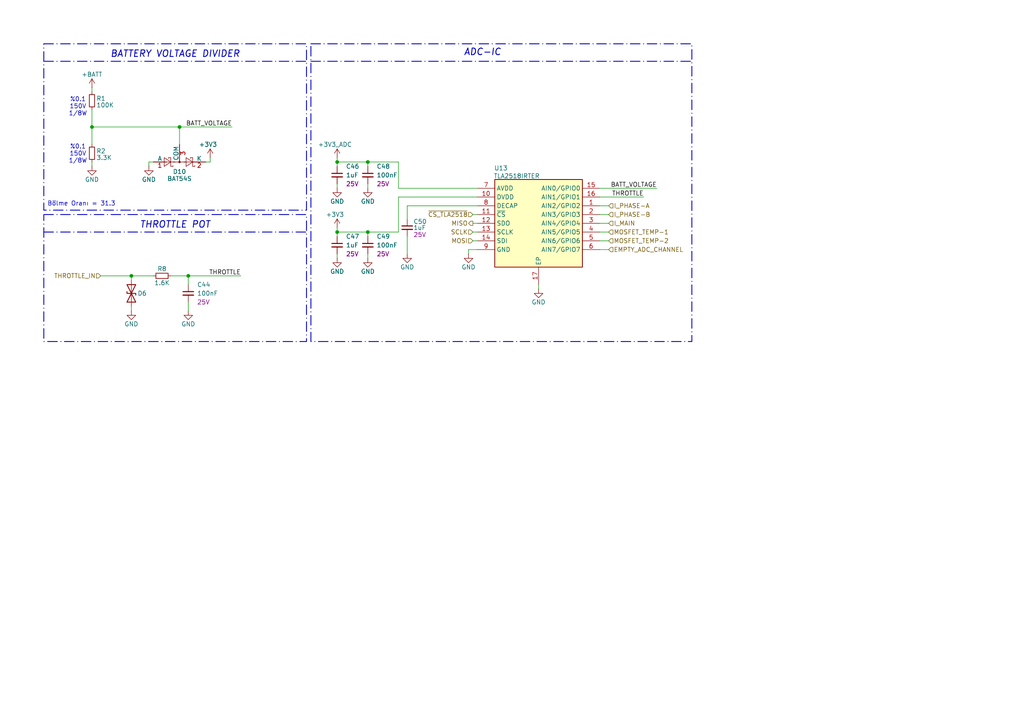
<source format=kicad_sch>
(kicad_sch (version 20231120) (generator "eeschema") (generator_version "8.0")
  (paper "A4")
  (lib_symbols
    (symbol "Device:C_Small" (pin_numbers hide) (pin_names (offset 0.254) hide)
      (property "Reference" "C" (at 0.254 1.778 0))
      (property "Value" "C_Small" (at 0.254 -2.032 0))
      (symbol "C_Small_0_1"
        (polyline (pts (xy -1.524 -0.508) (xy 1.524 -0.508)) (stroke (width 0.3302)))
        (polyline (pts (xy -1.524 0.508) (xy 1.524 0.508)) (stroke (width 0.3048)))
      )
      (symbol "C_Small_1_1"
        (pin passive line (at 0 2.54 270) (length 2.032) (name "~") (number "1"))
        (pin passive line (at 0 -2.54 90) (length 2.032) (name "~") (number "2"))
      )
    )
    (symbol "Device:D_TVS" (pin_numbers hide) (pin_names (offset 1.016) hide)
      (property "Reference" "D" (at 0 2.54 0))
      (property "Value" "D_TVS" (at 0 -2.54 0))
      (symbol "D_TVS_0_1"
        (polyline (pts (xy 1.27 0) (xy -1.27 0)))
        (polyline (pts (xy 0.508 1.27) (xy 0 1.27) (xy 0 -1.27) (xy -0.508 -1.27)) (stroke (width 0.254)))
        (polyline (pts (xy -2.54 1.27) (xy -2.54 -1.27) (xy 2.54 1.27) (xy 2.54 -1.27) (xy -2.54 1.27)) (stroke (width 0.254)))
      )
      (symbol "D_TVS_1_1"
        (pin passive line (at -3.81 0 0) (length 2.54) (name "A1") (number "1"))
        (pin passive line (at 3.81 0 180) (length 2.54) (name "A2") (number "2"))
      )
    )
    (symbol "Device:R_Small" (pin_numbers hide) (pin_names (offset 0.254) hide)
      (property "Reference" "R" (at 0.762 0.508 0))
      (property "Value" "R_Small" (at 0.762 -1.016 0))
      (symbol "R_Small_0_1"
        (rectangle (start -0.762 1.778) (end 0.762 -1.778) (stroke (width 0.2032)))
      )
      (symbol "R_Small_1_1"
        (pin passive line (at 0 2.54 270) (length 0.762) (name "~") (number "1"))
        (pin passive line (at 0 -2.54 90) (length 0.762) (name "~") (number "2"))
      )
    )
    (symbol "Diode:BAT54S" (pin_names (offset 0))
      (property "Reference" "D" (at 2.54 -5.08 0))
      (property "Value" "BAT54S" (at -6.35 3.175 0))
      (symbol "BAT54S_0_1"
        (polyline (pts (xy -3.81 0) (xy -1.27 0)))
        (polyline (pts (xy -3.175 -1.27) (xy -3.175 -1.016)))
        (polyline (pts (xy -2.54 -1.27) (xy -3.175 -1.27)))
        (polyline (pts (xy -2.54 -1.27) (xy -2.54 1.27)))
        (polyline (pts (xy -2.54 1.27) (xy -1.905 1.27)))
        (polyline (pts (xy -1.905 0) (xy 1.905 0)))
        (polyline (pts (xy -1.905 1.27) (xy -1.905 1.016)))
        (polyline (pts (xy 1.27 0) (xy 3.81 0)))
        (polyline (pts (xy 3.175 -1.27) (xy 3.175 -1.016)))
        (polyline (pts (xy 3.81 -1.27) (xy 3.175 -1.27)))
        (polyline (pts (xy 3.81 -1.27) (xy 3.81 1.27)))
        (polyline (pts (xy 3.81 1.27) (xy 4.445 1.27)))
        (polyline (pts (xy 4.445 1.27) (xy 4.445 1.016)))
        (polyline (pts (xy -4.445 1.27) (xy -4.445 -1.27) (xy -2.54 0) (xy -4.445 1.27)))
        (polyline (pts (xy 1.905 1.27) (xy 1.905 -1.27) (xy 3.81 0) (xy 1.905 1.27)))
        (circle (center 0 0) (radius 0.254) (fill (type outline)))
      )
      (symbol "BAT54S_1_1"
        (pin passive line (at -7.62 0 0) (length 3.81) (name "A") (number "1"))
        (pin passive line (at 7.62 0 180) (length 3.81) (name "K") (number "2"))
        (pin passive line (at 0 -5.08 90) (length 5.08) (name "COM") (number "3"))
      )
    )
    (symbol "MODULES:TLA2518IRTER"
      (property "Reference" "U" (at 12.192 3.81 0))
      (symbol "TLA2518IRTER_1_1"
        (rectangle (start 0 0) (end 25.4 -25.4) (stroke (width 0.254)) (fill (type background)))
        (pin passive line (at 30.48 -7.62 180) (length 5.08) (name "AIN2/GPIO2") (number "1"))
        (pin passive line (at -5.08 -5.08 0) (length 5.08) (name "DVDD") (number "10"))
        (pin passive line (at -5.08 -10.16 0) (length 5.08) (name "~{CS}") (number "11"))
        (pin passive line (at -5.08 -12.7 0) (length 5.08) (name "SDO") (number "12"))
        (pin passive line (at -5.08 -15.24 0) (length 5.08) (name "SCLK") (number "13"))
        (pin passive line (at -5.08 -17.78 0) (length 5.08) (name "SDI") (number "14"))
        (pin passive line (at 30.48 -2.54 180) (length 5.08) (name "AIN0/GPIO0") (number "15"))
        (pin passive line (at 30.48 -5.08 180) (length 5.08) (name "AIN1/GPIO1") (number "16"))
        (pin passive line (at 12.7 -30.48 90) (length 5.08) (name "EP") (number "17"))
        (pin passive line (at 30.48 -10.16 180) (length 5.08) (name "AIN3/GPIO3") (number "2"))
        (pin passive line (at 30.48 -12.7 180) (length 5.08) (name "AIN4/GPIO4") (number "3"))
        (pin passive line (at 30.48 -15.24 180) (length 5.08) (name "AIN5/GPIO5") (number "4"))
        (pin passive line (at 30.48 -17.78 180) (length 5.08) (name "AIN6/GPIO6") (number "5"))
        (pin passive line (at 30.48 -20.32 180) (length 5.08) (name "AIN7/GPIO7") (number "6"))
        (pin passive line (at -5.08 -2.54 0) (length 5.08) (name "AVDD") (number "7"))
        (pin passive line (at -5.08 -7.62 0) (length 5.08) (name "DECAP") (number "8"))
        (pin passive line (at -5.08 -20.32 0) (length 5.08) (name "GND") (number "9"))
      )
    )
    (symbol "power:+BATT" (power) (pin_numbers hide) (pin_names (offset 0) hide)
      (property "Value" "+BATT" (at 0 3.556 0))
      (symbol "+BATT_0_1"
        (polyline (pts (xy -0.762 1.27) (xy 0 2.54)))
        (polyline (pts (xy 0 0) (xy 0 2.54)))
        (polyline (pts (xy 0 2.54) (xy 0.762 1.27)))
      )
      (symbol "+BATT_1_1"
        (pin power_in line (at 0 0 90) (length 0) (name "~") (number "1"))
      )
    )
    (symbol "power:GND" (power) (pin_numbers hide) (pin_names (offset 0) hide)
      (property "Value" "GND" (at 0 -3.81 0))
      (symbol "GND_0_1"
        (polyline (pts (xy 0 0) (xy 0 -1.27) (xy 1.27 -1.27) (xy 0 -2.54) (xy -1.27 -1.27) (xy 0 -1.27)))
      )
      (symbol "GND_1_1"
        (pin power_in line (at 0 0 270) (length 0) (name "~") (number "1"))
      )
    )
    (symbol "power:VCC" (power) (pin_numbers hide) (pin_names (offset 0) hide)
      (property "Value" "VCC" (at 0 3.556 0))
      (symbol "VCC_0_1"
        (polyline (pts (xy -0.762 1.27) (xy 0 2.54)))
        (polyline (pts (xy 0 0) (xy 0 2.54)))
        (polyline (pts (xy 0 2.54) (xy 0.762 1.27)))
      )
      (symbol "VCC_1_1"
        (pin power_in line (at 0 0 90) (length 0) (name "~") (number "1"))
      )
    )
  )
  (junction (at 26.67 36.83))
  (junction (at 97.79 46.99))
  (junction (at 52.07 36.83))
  (junction (at 54.61 80.01))
  (junction (at 97.79 67.31))
  (junction (at 106.68 67.31))
  (junction (at 38.1 80.01))
  (junction (at 106.68 46.99))
  (polyline (pts (xy 90.17 17.78) (xy 200.66 17.78)) (stroke (width 0.254) (type dash_dot)))
  (wire (pts (xy 115.57 57.15) (xy 138.43 57.15)))
  (wire (pts (xy 97.79 66.04) (xy 97.79 67.31)))
  (wire (pts (xy 52.07 36.83) (xy 52.07 41.91)))
  (wire (pts (xy 173.99 62.23) (xy 176.53 62.23)))
  (wire (pts (xy 38.1 80.01) (xy 38.1 81.28)))
  (wire (pts (xy 106.68 73.66) (xy 106.68 74.93)))
  (wire (pts (xy 173.99 54.61) (xy 190.5 54.61)))
  (wire (pts (xy 135.89 73.66) (xy 135.89 72.39)))
  (wire (pts (xy 118.11 68.58) (xy 118.11 73.66)))
  (wire (pts (xy 137.16 67.31) (xy 138.43 67.31)))
  (wire (pts (xy 173.99 57.15) (xy 186.69 57.15)))
  (wire (pts (xy 106.68 67.31) (xy 106.68 68.58)))
  (wire (pts (xy 67.31 36.83) (xy 52.07 36.83)))
  (wire (pts (xy 60.96 45.72) (xy 60.96 46.99)))
  (wire (pts (xy 97.79 67.31) (xy 97.79 68.58)))
  (wire (pts (xy 26.67 36.83) (xy 52.07 36.83)))
  (wire (pts (xy 26.67 25.4) (xy 26.67 26.67)))
  (wire (pts (xy 49.53 80.01) (xy 54.61 80.01)))
  (wire (pts (xy 97.79 54.61) (xy 97.79 53.34)))
  (wire (pts (xy 173.99 67.31) (xy 176.53 67.31)))
  (wire (pts (xy 38.1 90.17) (xy 38.1 88.9)))
  (wire (pts (xy 106.68 67.31) (xy 115.57 67.31)))
  (wire (pts (xy 115.57 54.61) (xy 138.43 54.61)))
  (wire (pts (xy 26.67 36.83) (xy 26.67 41.91)))
  (wire (pts (xy 118.11 59.69) (xy 138.43 59.69)))
  (wire (pts (xy 106.68 46.99) (xy 106.68 48.26)))
  (wire (pts (xy 54.61 87.63) (xy 54.61 90.17)))
  (wire (pts (xy 38.1 80.01) (xy 44.45 80.01)))
  (wire (pts (xy 43.18 46.99) (xy 43.18 48.26)))
  (wire (pts (xy 97.79 73.66) (xy 97.79 74.93)))
  (wire (pts (xy 60.96 46.99) (xy 59.69 46.99)))
  (wire (pts (xy 173.99 64.77) (xy 176.53 64.77)))
  (wire (pts (xy 97.79 67.31) (xy 106.68 67.31)))
  (wire (pts (xy 135.89 72.39) (xy 138.43 72.39)))
  (polyline (pts (xy 12.7 17.78) (xy 88.9 17.78)) (stroke (width 0.254) (type dash_dot)))
  (wire (pts (xy 43.18 46.99) (xy 44.45 46.99)))
  (wire (pts (xy 173.99 59.69) (xy 176.53 59.69)))
  (wire (pts (xy 173.99 72.39) (xy 176.53 72.39)))
  (wire (pts (xy 137.16 62.23) (xy 138.43 62.23)))
  (wire (pts (xy 173.99 69.85) (xy 176.53 69.85)))
  (wire (pts (xy 106.68 46.99) (xy 115.57 46.99)))
  (wire (pts (xy 54.61 80.01) (xy 54.61 82.55)))
  (wire (pts (xy 137.16 64.77) (xy 138.43 64.77)))
  (wire (pts (xy 106.68 46.99) (xy 97.79 46.99)))
  (wire (pts (xy 106.68 53.34) (xy 106.68 54.61)))
  (wire (pts (xy 115.57 67.31) (xy 115.57 57.15)))
  (polyline (pts (xy 12.7 67.31) (xy 88.9 67.31)) (stroke (width 0.254) (type dash_dot)))
  (wire (pts (xy 137.16 69.85) (xy 138.43 69.85)))
  (wire (pts (xy 156.21 82.55) (xy 156.21 83.82)))
  (wire (pts (xy 26.67 31.75) (xy 26.67 36.83)))
  (wire (pts (xy 29.21 80.01) (xy 38.1 80.01)))
  (wire (pts (xy 54.61 80.01) (xy 69.85 80.01)))
  (wire (pts (xy 115.57 46.99) (xy 115.57 54.61)))
  (wire (pts (xy 118.11 63.5) (xy 118.11 59.69)))
  (wire (pts (xy 26.67 46.99) (xy 26.67 48.26)))
  (wire (pts (xy 97.79 46.99) (xy 97.79 48.26)))
  (wire (pts (xy 97.79 45.72) (xy 97.79 46.99)))
  (rectangle (start 12.7 12.7) (end 88.9 60.96) (stroke (width 0.254) (type dash_dot)))
  (rectangle (start 12.7 62.23) (end 88.9 99.06) (stroke (width 0.254) (type dash_dot)))
  (rectangle (start 90.17 12.7) (end 200.66 99.06) (stroke (width 0.254) (type dash_dot)))
  (text "%0.1\n150V\n1/8W" (at 22.606 30.988 0) (effects (font (size 1.27 1.27))))
  (text "BATTERY VOLTAGE DIVIDER" (at 50.8 15.748 0) (effects (font (size 1.905 1.905) (thickness 0.254) (bold yes) (italic yes))))
  (text "Bölme Oranı = 31.3" (at 23.622 59.182 0) (effects (font (size 1.27 1.27))))
  (text "ADC-IC" (at 139.954 15.24 0) (effects (font (size 1.905 1.905) (thickness 0.254) (bold yes) (italic yes))))
  (text "THROTTLE POT" (at 50.8 65.278 0) (effects (font (size 1.905 1.905) (thickness 0.254) (bold yes) (italic yes))))
  (text "%0.1\n150V\n1/8W" (at 22.606 44.704 0) (effects (font (size 1.27 1.27))))
  (label "BATT_VOLTAGE" (at 67.31 36.83 180))
  (label "THROTTLE" (at 69.85 80.01 180))
  (label "THROTTLE" (at 186.69 57.15 180))
  (label "BATT_VOLTAGE" (at 190.5 54.61 180))
  (hierarchical_label "SCLK" (shape input) (at 137.16 67.31 180))
  (hierarchical_label "MOSFET_TEMP-2" (shape input) (at 176.53 69.85 0))
  (hierarchical_label "MOSFET_TEMP-1" (shape input) (at 176.53 67.31 0))
  (hierarchical_label "I_PHASE-A" (shape input) (at 176.53 59.69 0))
  (hierarchical_label "MISO" (shape output) (at 137.16 64.77 180))
  (hierarchical_label "THROTTLE_IN" (shape input) (at 29.21 80.01 180))
  (hierarchical_label "~{CS_TLA2518}" (shape input) (at 137.16 62.23 180))
  (hierarchical_label "EMPTY_ADC_CHANNEL" (shape input) (at 176.53 72.39 0))
  (hierarchical_label "I_PHASE-B" (shape input) (at 176.53 62.23 0))
  (hierarchical_label "MOSI" (shape input) (at 137.16 69.85 180))
  (hierarchical_label "I_MAIN" (shape input) (at 176.53 64.77 0))
  (symbol (lib_id "Device:C_Small") (at 118.11 66.04 0) (unit 1)
    (property "Reference" "C50" (at 119.888 64.262 0) (effects (justify left)))
    (property "Value" "1uF" (at 119.888 66.04 0) (effects (justify left)))
    (property "Footprint" "Capacitor_SMD:C_0805_2012Metric" (effects (hide yes)))
    (property "Description" "Unpolarized capacitor, small symbol" (effects (hide yes)))
    (property "Link" "https://ozdisan.com/pasif-komponentler/kapasitorler/smt-smd-ve-mlcc-kapasitorler/MCF03KTB250105/1057179" (effects (hide yes)))
    (property "Mfr.No" "MCF03KTB250105" (effects (hide yes)))
    (property "Voltage" "25V" (at 119.888 68.072 0) (effects (justify left)))
  )
  (symbol (lib_id "power:GND") (at 118.11 73.66 0) (unit 1)
    (property "Reference" "#PWR0102" (effects (hide yes)))
    (property "Value" "GND" (at 118.11 77.47 0))
    (property "Description" "Power symbol creates a global label with name \"GND\" , ground" (effects (hide yes)))
  )
  (symbol (lib_id "power:+BATT") (at 26.67 25.4 0) (unit 1)
    (property "Reference" "#PWR057" (effects (hide yes)))
    (property "Value" "+BATT" (at 26.67 21.59 0))
    (property "Description" "Power symbol creates a global label with name \"+BATT\"" (effects (hide yes)))
  )
  (symbol (lib_id "power:GND") (at 135.89 73.66 0) (unit 1)
    (property "Reference" "#PWR0103" (effects (hide yes)))
    (property "Value" "GND" (at 135.89 77.47 0))
    (property "Description" "Power symbol creates a global label with name \"GND\" , ground" (effects (hide yes)))
  )
  (symbol (lib_id "Device:D_TVS") (at 38.1 85.09 90) (unit 1)
    (property "Reference" "D6" (at 39.878 85.09 90) (effects (justify right)))
    (property "Value" "PESD3V3Y1BSFYL" (effects (hide yes)))
    (property "Footprint" "My_Footprint_Lib:DSN-0603-2" (effects (hide yes)))
    (property "Datasheet" "https://www.mouser.com.tr/datasheet/2/1057/PS1203_D32-3498647.pdf" (effects (hide yes)))
    (property "Description" "Transient Voltage Suppression Diodes - TVS Low Capacitance ESD Protection" (effects (hide yes)))
    (property "Link" "https://www.mouser.com.tr/ProductDetail/Nexperia/PESD3V3Y1BSFYL?qs=sGAEpiMZZMsItbzKdwyIe%252Bgj7Z%252BBsubrXF9t3id8PLoK%252BKVUR7Td%252Bg%3D%3D" (effects (hide yes)))
    (property "Mfr.No" "PESD3V3Y1BSFYL" (effects (hide yes)))
  )
  (symbol (lib_id "Diode:BAT54S") (at 52.07 46.99 0) (mirror x) (unit 1)
    (property "Reference" "D10" (at 52.07 49.784 0))
    (property "Value" "BAT54S" (at 52.07 51.816 0))
    (property "Footprint" "Package_TO_SOT_SMD:SOT-23" (effects (hide yes)))
    (property "Datasheet" "https://www.diodes.com/assets/Datasheets/ds11005.pdf" (effects (hide yes)))
    (property "Description" "Vr 30V, If 200mA, Dual schottky barrier diode, in series, SOT-323" (effects (hide yes)))
    (property "Link" "https://ozdisan.com/guc-yari-iletkenleri/diyotlar-modul-diyotlar-ve-dogrultucular/schottky-diyotlar/BAT54S-HT/417220" (effects (hide yes)))
    (property "Mfr.No" "BAT54S-HT" (effects (hide yes)))
  )
  (symbol (lib_id "power:VCC") (at 60.96 45.72 0) (unit 1)
    (property "Reference" "#PWR0120" (effects (hide yes)))
    (property "Value" "+3V3" (at 60.325 41.91 0))
    (property "Description" "Power symbol creates a global label with name \"VCC\"" (effects (hide yes)))
  )
  (symbol (lib_id "power:VCC") (at 97.79 45.72 0) (unit 1)
    (property "Reference" "#PWR068" (effects (hide yes)))
    (property "Value" "+3V3_ADC" (at 97.155 41.91 0))
    (property "Description" "Power symbol creates a global label with name \"VCC\"" (effects (hide yes)))
  )
  (symbol (lib_id "Device:R_Small") (at 46.99 80.01 90) (unit 1)
    (property "Reference" "R8" (at 46.99 77.978 90))
    (property "Value" "1.6K" (at 46.99 82.042 90))
    (property "Footprint" "Resistor_SMD:R_0603_1608Metric" (effects (hide yes)))
    (property "Description" "Resistor, small symbol" (effects (hide yes)))
    (property "Link" "https://ozdisan.com/pasif-komponentler/direncler/smt-smd-ve-cip-direncler/0603SAJ0162T5E/506586" (effects (hide yes)))
    (property "Mfr.No" "0603SAJ0162T5E" (effects (hide yes)))
  )
  (symbol (lib_id "Device:R_Small") (at 26.67 29.21 0) (unit 1)
    (property "Reference" "R1" (at 27.94 28.575 0) (effects (justify left)))
    (property "Value" "100K" (at 27.94 30.48 0) (effects (justify left)))
    (property "Footprint" "Resistor_SMD:R_0805_2012Metric" (effects (hide yes)))
    (property "Description" "Resistor, small symbol" (effects (hide yes)))
    (property "Link" "https://ozdisan.com/pasif-komponentler/direncler/smt-smd-ve-cip-direncler/TC0525B1003T5G/700117" (effects (hide yes)))
    (property "Mfr.No" "TC0525B1003T5G" (effects (hide yes)))
  )
  (symbol (lib_id "Device:C_Small") (at 97.79 71.12 0) (unit 1)
    (property "Reference" "C47" (at 100.33 68.58 0) (effects (justify left)))
    (property "Value" "1uF" (at 100.33 71.12 0) (effects (justify left)))
    (property "Footprint" "Capacitor_SMD:C_0805_2012Metric" (effects (hide yes)))
    (property "Description" "Unpolarized capacitor, small symbol" (effects (hide yes)))
    (property "Link" "https://ozdisan.com/pasif-komponentler/kapasitorler/smt-smd-ve-mlcc-kapasitorler/MCF03KTB250105/1057179" (effects (hide yes)))
    (property "Mfr.No" "MCF03KTB250105" (effects (hide yes)))
    (property "Voltage" "25V" (at 100.33 73.66 0) (effects (justify left)))
  )
  (symbol (lib_id "power:GND") (at 106.68 74.93 0) (unit 1)
    (property "Reference" "#PWR0100" (effects (hide yes)))
    (property "Value" "GND" (at 106.68 78.74 0))
    (property "Description" "Power symbol creates a global label with name \"GND\" , ground" (effects (hide yes)))
  )
  (symbol (lib_id "Device:C_Small") (at 97.79 50.8 0) (unit 1)
    (property "Reference" "C46" (at 100.33 48.26 0) (effects (justify left)))
    (property "Value" "1uF" (at 100.33 50.8 0) (effects (justify left)))
    (property "Footprint" "Capacitor_SMD:C_0805_2012Metric" (effects (hide yes)))
    (property "Description" "Unpolarized capacitor, small symbol" (effects (hide yes)))
    (property "Link" "https://ozdisan.com/pasif-komponentler/kapasitorler/smt-smd-ve-mlcc-kapasitorler/MCF03KTB250105/1057179" (effects (hide yes)))
    (property "Mfr.No" "MCF03KTB250105" (effects (hide yes)))
    (property "Voltage" "25V" (at 100.33 53.34 0) (effects (justify left)))
  )
  (symbol (lib_id "Device:R_Small") (at 26.67 44.45 0) (unit 1)
    (property "Reference" "R2" (at 27.94 43.815 0) (effects (justify left)))
    (property "Value" "3.3K" (at 27.94 45.72 0) (effects (justify left)))
    (property "Footprint" "Resistor_SMD:R_0805_2012Metric" (effects (hide yes)))
    (property "Description" "Resistor, small symbol" (effects (hide yes)))
    (property "Link" "https://ozdisan.com/pasif-komponentler/direncler/smt-smd-ve-cip-direncler/TC0525B3301T5G/700121" (effects (hide yes)))
    (property "Mfr.No" "TC0525B3301T5G" (effects (hide yes)))
  )
  (symbol (lib_id "power:GND") (at 97.79 74.93 0) (unit 1)
    (property "Reference" "#PWR087" (effects (hide yes)))
    (property "Value" "GND" (at 97.79 78.74 0))
    (property "Description" "Power symbol creates a global label with name \"GND\" , ground" (effects (hide yes)))
  )
  (symbol (lib_id "power:GND") (at 97.79 54.61 0) (unit 1)
    (property "Reference" "#PWR072" (effects (hide yes)))
    (property "Value" "GND" (at 97.79 58.42 0))
    (property "Description" "Power symbol creates a global label with name \"GND\" , ground" (effects (hide yes)))
  )
  (symbol (lib_id "power:GND") (at 43.18 48.26 0) (unit 1)
    (property "Reference" "#PWR0115" (effects (hide yes)))
    (property "Value" "GND" (at 43.18 52.07 0))
    (property "Description" "Power symbol creates a global label with name \"GND\" , ground" (effects (hide yes)))
  )
  (symbol (lib_id "power:GND") (at 106.68 54.61 0) (unit 1)
    (property "Reference" "#PWR099" (effects (hide yes)))
    (property "Value" "GND" (at 106.68 58.42 0))
    (property "Description" "Power symbol creates a global label with name \"GND\" , ground" (effects (hide yes)))
  )
  (symbol (lib_id "Device:C_Small") (at 54.61 85.09 0) (unit 1)
    (property "Reference" "C44" (at 57.15 82.55 0) (effects (justify left)))
    (property "Value" "100nF" (at 57.15 85.09 0) (effects (justify left)))
    (property "Footprint" "Capacitor_SMD:C_0805_2012Metric" (effects (hide yes)))
    (property "Description" "Unpolarized capacitor, small symbol" (effects (hide yes)))
    (property "Link" "https://ozdisan.com/pasif-komponentler/kapasitorler/smt-smd-ve-mlcc-kapasitorler/MCF03KTB250104/1057180" (effects (hide yes)))
    (property "Mfr.No" "MCF03KTB250104" (effects (hide yes)))
    (property "Voltage" "25V" (at 57.15 87.63 0) (effects (justify left)))
  )
  (symbol (lib_id "power:VCC") (at 97.79 66.04 0) (unit 1)
    (property "Reference" "#PWR081" (effects (hide yes)))
    (property "Value" "+3V3" (at 97.155 62.23 0))
    (property "Description" "Power symbol creates a global label with name \"VCC\"" (effects (hide yes)))
  )
  (symbol (lib_id "power:GND") (at 156.21 83.82 0) (unit 1)
    (property "Reference" "#PWR0107" (effects (hide yes)))
    (property "Value" "GND" (at 156.21 87.63 0))
    (property "Description" "Power symbol creates a global label with name \"GND\" , ground" (effects (hide yes)))
  )
  (symbol (lib_id "power:GND") (at 38.1 90.17 0) (unit 1)
    (property "Reference" "#PWR096" (effects (hide yes)))
    (property "Value" "GND" (at 38.1 93.98 0))
    (property "Description" "Power symbol creates a global label with name \"GND\" , ground" (effects (hide yes)))
  )
  (symbol (lib_id "MODULES:TLA2518IRTER") (at 143.51 52.07 0) (unit 1)
    (property "Reference" "U13" (at 145.288 48.768 0))
    (property "Value" "TLA2518IRTER" (at 149.86 51.054 0))
    (property "Footprint" "Package_DFN_QFN:WQFN-16-1EP_3x3mm_P0.5mm_EP1.6x1.6mm_ThermalVias" (effects (hide yes)))
    (property "Datasheet" "https://www.ti.com/lit/ds/symlink/tla2518.pdf?ts=1736099307033&ref_url=https%253A%252F%252Fwww.ti.com%252Fproduct%252FTLA2518" (effects (hide yes)))
    (property "Description" "Analog to Digital Converters - ADC Small 8-channel 12-bit analog-to-digital converter (ADC) with SPI interface and GPIOs 16-WQFN -40 to 85" (effects (hide yes)))
    (property "Link" "https://www.mouser.com.tr/ProductDetail/Texas-Instruments/TLA2518IRTER?qs=sGAEpiMZZMtgJDuTUz7Xu9WEiUZVirDFt6ReLb2T3Uta2CxNgfdodg%3D%3D" (effects (hide yes)))
    (property "Mfr.No" "TLA2518IRTER" (effects (hide yes)))
  )
  (symbol (lib_id "power:GND") (at 54.61 90.17 0) (unit 1)
    (property "Reference" "#PWR0119" (effects (hide yes)))
    (property "Value" "GND" (at 54.61 93.98 0))
    (property "Description" "Power symbol creates a global label with name \"GND\" , ground" (effects (hide yes)))
  )
  (symbol (lib_id "Device:C_Small") (at 106.68 50.8 0) (unit 1)
    (property "Reference" "C48" (at 109.22 48.26 0) (effects (justify left)))
    (property "Value" "100nF" (at 109.22 50.8 0) (effects (justify left)))
    (property "Footprint" "Capacitor_SMD:C_0805_2012Metric" (effects (hide yes)))
    (property "Description" "Unpolarized capacitor, small symbol" (effects (hide yes)))
    (property "Link" "https://ozdisan.com/pasif-komponentler/kapasitorler/smt-smd-ve-mlcc-kapasitorler/MCF03KTB250104/1057180" (effects (hide yes)))
    (property "Mfr.No" "MCF03KTB250104" (effects (hide yes)))
    (property "Voltage" "25V" (at 109.22 53.34 0) (effects (justify left)))
  )
  (symbol (lib_id "power:GND") (at 26.67 48.26 0) (unit 1)
    (property "Reference" "#PWR058" (effects (hide yes)))
    (property "Value" "GND" (at 26.67 52.07 0))
    (property "Description" "Power symbol creates a global label with name \"GND\" , ground" (effects (hide yes)))
  )
  (symbol (lib_id "Device:C_Small") (at 106.68 71.12 0) (unit 1)
    (property "Reference" "C49" (at 109.22 68.58 0) (effects (justify left)))
    (property "Value" "100nF" (at 109.22 71.12 0) (effects (justify left)))
    (property "Footprint" "Capacitor_SMD:C_0805_2012Metric" (effects (hide yes)))
    (property "Description" "Unpolarized capacitor, small symbol" (effects (hide yes)))
    (property "Link" "https://ozdisan.com/pasif-komponentler/kapasitorler/smt-smd-ve-mlcc-kapasitorler/MCF03KTB250104/1057180" (effects (hide yes)))
    (property "Mfr.No" "MCF03KTB250104" (effects (hide yes)))
    (property "Voltage" "25V" (at 109.22 73.66 0) (effects (justify left)))
  )
)
</source>
